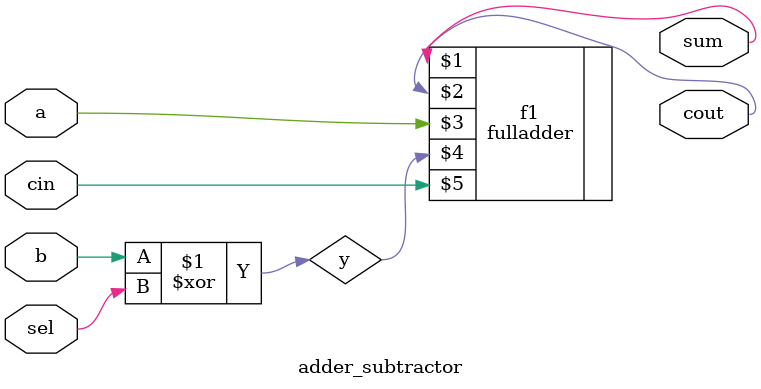
<source format=v>
`timescale 1ns / 1ns
module adder_subtractor (
	input a ,
	input b ,
	input cin ,
	input sel ,
	output sum ,
	output cout
);
    wire y;
    xor x0(y,b,sel);
    fulladder f1(sum,cout,a,y,cin);

endmodule

</source>
